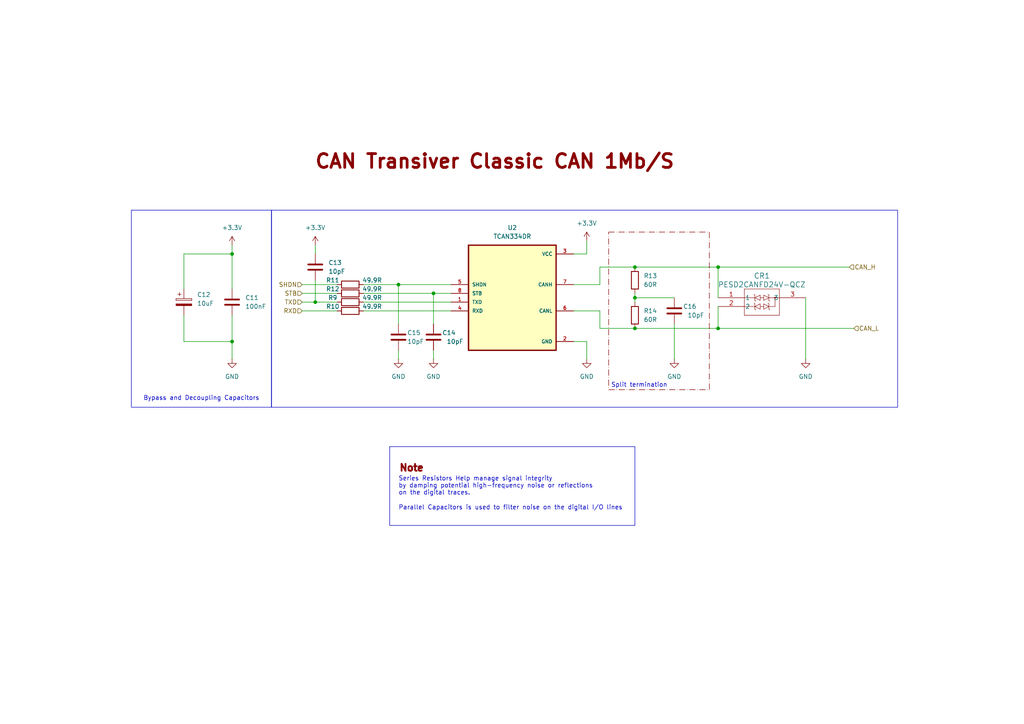
<source format=kicad_sch>
(kicad_sch (version 20250114) (generator "eeschema") (generator_version "9.0")
  (paper "A4")
  (title_block (title "${Project_Name}") (date "2026-01-05") (rev "V1"))
  (lib_symbols
    (symbol "Device:C" (pin_numbers (hide yes)) (pin_names (offset 0.254))
      (property "Reference" "C" (at 0.635 2.54 0))
      (property "Value" "C" (at 0.635 -2.54 0))
      (symbol "C_0_1"
        (polyline (pts (xy -2.032 0.762) (xy 2.032 0.762)) (stroke (width 0.508)))
        (polyline (pts (xy -2.032 -0.762) (xy 2.032 -0.762)) (stroke (width 0.508)))
      )
      (symbol "C_1_1"
        (pin passive line (at 0 3.81 270) (length 2.794) (name "~") (number "1"))
        (pin passive line (at 0 -3.81 90) (length 2.794) (name "~") (number "2"))
      )
    )
    (symbol "Device:C_Polarized" (pin_numbers (hide yes)) (pin_names (offset 0.254))
      (property "Reference" "C" (at 0.635 2.54 0))
      (property "Value" "C_Polarized" (at 0.635 -2.54 0))
      (symbol "C_Polarized_0_1"
        (rectangle (start -2.286 0.508) (end 2.286 1.016))
        (polyline (pts (xy -1.778 2.286) (xy -0.762 2.286)))
        (polyline (pts (xy -1.27 2.794) (xy -1.27 1.778)))
        (rectangle (start 2.286 -0.508) (end -2.286 -1.016) (fill (type outline)))
      )
      (symbol "C_Polarized_1_1"
        (pin passive line (at 0 3.81 270) (length 2.794) (name "~") (number "1"))
        (pin passive line (at 0 -3.81 90) (length 2.794) (name "~") (number "2"))
      )
    )
    (symbol "Device:R" (pin_numbers (hide yes)) (pin_names (offset 0))
      (property "Reference" "R" (at 2.032 0 90))
      (property "Value" "R" (at 0 0 90))
      (symbol "R_0_1"
        (rectangle (start -1.016 -2.54) (end 1.016 2.54) (stroke (width 0.254)))
      )
      (symbol "R_1_1"
        (pin passive line (at 0 3.81 270) (length 1.27) (name "~") (number "1"))
        (pin passive line (at 0 -3.81 90) (length 1.27) (name "~") (number "2"))
      )
    )
    (symbol "PESD2CANFD27V-QCZ:PESD2CANFD24V-QCZ" (pin_names (offset 0.254))
      (property "Reference" "CR" (at 12.7 7.62 0))
      (property "Value" "PESD2CANFD24V-QCZ" (at 12.7 5.08 0))
      (symbol "PESD2CANFD24V-QCZ_0_1"
        (polyline (pts (xy 7.62 2.54) (xy 7.62 -5.08)) (stroke (width 0.127)))
        (polyline (pts (xy 7.62 -2.54) (xy 10.668 -2.54)) (stroke (width 0.127)))
        (polyline (pts (xy 7.62 -5.08) (xy 17.78 -5.08)) (stroke (width 0.127)))
        (polyline (pts (xy 10.668 0.762) (xy 10.414 1.016)) (stroke (width 0.127)))
        (polyline (pts (xy 10.668 0) (xy 7.62 0)) (stroke (width 0.127)))
        (polyline (pts (xy 10.668 0) (xy 12.192 -0.762)) (stroke (width 0.127)))
        (polyline (pts (xy 10.668 -0.762) (xy 10.668 0.762)) (stroke (width 0.127)))
        (polyline (pts (xy 10.668 -0.762) (xy 10.922 -1.016)) (stroke (width 0.127)))
        (polyline (pts (xy 10.668 -1.778) (xy 10.414 -1.524)) (stroke (width 0.127)))
        (polyline (pts (xy 10.668 -2.54) (xy 12.192 -3.302)) (stroke (width 0.127)))
        (polyline (pts (xy 10.668 -3.302) (xy 10.668 -1.778)) (stroke (width 0.127)))
        (polyline (pts (xy 10.668 -3.302) (xy 10.922 -3.556)) (stroke (width 0.127)))
        (polyline (pts (xy 12.192 0.762) (xy 10.668 0)) (stroke (width 0.127)))
        (polyline (pts (xy 12.192 0) (xy 13.208 0)) (stroke (width 0.127)))
        (polyline (pts (xy 12.192 -0.762) (xy 12.192 0.762)) (stroke (width 0.127)))
        (polyline (pts (xy 12.192 -1.778) (xy 10.668 -2.54)) (stroke (width 0.127)))
        (polyline (pts (xy 12.192 -2.54) (xy 13.208 -2.54)) (stroke (width 0.127)))
        (polyline (pts (xy 12.192 -3.302) (xy 12.192 -1.778)) (stroke (width 0.127)))
        (polyline (pts (xy 13.208 0.762) (xy 13.208 -0.762)) (stroke (width 0.127)))
        (polyline (pts (xy 13.208 -0.762) (xy 14.732 0)) (stroke (width 0.127)))
        (polyline (pts (xy 13.208 -1.778) (xy 13.208 -3.302)) (stroke (width 0.127)))
        (polyline (pts (xy 13.208 -3.302) (xy 14.732 -2.54)) (stroke (width 0.127)))
        (polyline (pts (xy 14.732 0.762) (xy 14.478 1.016)) (stroke (width 0.127)))
        (polyline (pts (xy 14.732 0.762) (xy 14.732 -0.762)) (stroke (width 0.127)))
        (polyline (pts (xy 14.732 0) (xy 13.208 0.762)) (stroke (width 0.127)))
        (polyline (pts (xy 14.732 0) (xy 17.78 0)) (stroke (width 0.127)))
        (polyline (pts (xy 14.732 -0.762) (xy 14.986 -1.016)) (stroke (width 0.127)))
        (polyline (pts (xy 14.732 -1.778) (xy 14.478 -1.524)) (stroke (width 0.127)))
        (polyline (pts (xy 14.732 -1.778) (xy 14.732 -3.302)) (stroke (width 0.127)))
        (polyline (pts (xy 14.732 -2.54) (xy 13.208 -1.778)) (stroke (width 0.127)))
        (polyline (pts (xy 14.732 -2.54) (xy 16.51 -2.54)) (stroke (width 0.127)))
        (polyline (pts (xy 14.732 -3.302) (xy 14.986 -3.556)) (stroke (width 0.127)))
        (polyline (pts (xy 16.51 0) (xy 16.51 -2.54)) (stroke (width 0.127)))
        (circle (center 16.51 0) (radius 0.127) (stroke (width 0.254)))
        (polyline (pts (xy 17.78 2.54) (xy 7.62 2.54)) (stroke (width 0.127)))
        (polyline (pts (xy 17.78 -5.08) (xy 17.78 2.54)) (stroke (width 0.127)))
        (pin unspecified line (at 0 0 0) (length 7.62) (name "1") (number "1"))
        (pin unspecified line (at 0 -2.54 0) (length 7.62) (name "2") (number "2"))
        (pin unspecified line (at 25.4 0 180) (length 7.62) (name "3") (number "3"))
      )
    )
    (symbol "TCAN334DR:TCAN334DR" (pin_names (offset 1.016))
      (property "Reference" "U" (at -12.7 16.24 0))
      (property "Value" "TCAN334DR" (at -12.7 -19.24 0))
      (symbol "TCAN334DR_0_0"
        (rectangle (start -12.7 -15.24) (end 12.7 15.24) (stroke (width 0.41)) (fill (type background)))
        (pin input line (at -17.78 3.81 0) (length 5.08) (name "SHDN") (number "5"))
        (pin input line (at -17.78 1.27 0) (length 5.08) (name "STB") (number "8"))
        (pin input line (at -17.78 -1.27 0) (length 5.08) (name "TXD") (number "1"))
        (pin output line (at -17.78 -3.81 0) (length 5.08) (name "RXD") (number "4"))
        (pin power_in line (at 17.78 12.7 180) (length 5.08) (name "VCC") (number "3"))
        (pin bidirectional line (at 17.78 3.81 180) (length 5.08) (name "CANH") (number "7"))
        (pin bidirectional line (at 17.78 -3.81 180) (length 5.08) (name "CANL") (number "6"))
        (pin power_in line (at 17.78 -12.7 180) (length 5.08) (name "GND") (number "2"))
      )
    )
    (symbol "power:+3.3V" (power) (pin_numbers (hide yes)) (pin_names (offset 0) (hide yes))
      (property "Value" "+3.3V" (at 0 3.556 0))
      (symbol "+3.3V_0_1"
        (polyline (pts (xy -0.762 1.27) (xy 0 2.54)))
        (polyline (pts (xy 0 2.54) (xy 0.762 1.27)))
        (polyline (pts (xy 0 0) (xy 0 2.54)))
      )
      (symbol "+3.3V_1_1"
        (pin power_in line (at 0 0 90) (length 0) (name "~") (number "1"))
      )
    )
    (symbol "power:GND" (power) (pin_numbers (hide yes)) (pin_names (offset 0) (hide yes))
      (property "Value" "GND" (at 0 -3.81 0))
      (symbol "GND_0_1"
        (polyline (pts (xy 0 0) (xy 0 -1.27) (xy 1.27 -1.27) (xy 0 -2.54) (xy -1.27 -1.27) (xy 0 -1.27)))
      )
      (symbol "GND_1_1"
        (pin power_in line (at 0 0 270) (length 0) (name "~") (number "1"))
      )
    )
  )
  (rectangle (start 113.03 129.54) (end 184.15 152.4))
  (rectangle (start 176.53 67.31) (end 205.74 113.03) (stroke (width 0) (type dash_dot) (color 132 0 0 1)))
  (rectangle (start 78.74 60.96) (end 260.35 118.11))
  (rectangle (start 38.1 60.96) (end 78.74 118.11))
  (text "Series Resistors Help manage signal integrity \nby damping potential high-frequency noise or reflections \non the digital traces." (at 115.57 140.97 0) (effects (font (size 1.27 1.27)) (justify left)))
  (text "Parallel Capacitors is used to filter noise on the digital I/O lines" (at 115.57 147.32 0) (effects (font (size 1.27 1.27)) (justify left)))
  (text "Bypass and Decoupling Capacitors\n" (at 58.42 115.57 0) (effects (font (size 1.27 1.27))))
  (text "CAN Transiver Classic CAN 1Mb/S" (at 143.51 46.99 0) (effects (font (size 4 4) (thickness 0.8) (bold yes))))
  (text "Split termination\n" (at 185.42 111.76 0) (effects (font (size 1.27 1.27))))
  (text "Note" (at 119.38 135.89 0) (effects (font (size 2 2) (thickness 0.6) (bold yes))))
  (junction (at 184.15 95.25))
  (junction (at 115.57 82.55))
  (junction (at 91.44 87.63))
  (junction (at 67.31 73.66))
  (junction (at 208.28 95.25))
  (junction (at 184.15 77.47))
  (junction (at 125.73 85.09))
  (junction (at 208.28 77.47))
  (junction (at 184.15 86.36))
  (junction (at 67.31 99.06))
  (wire (pts (xy 184.15 87.63) (xy 184.15 86.36)))
  (wire (pts (xy 184.15 77.47) (xy 173.99 77.47)))
  (wire (pts (xy 170.18 99.06) (xy 166.37 99.06)))
  (wire (pts (xy 173.99 82.55) (xy 166.37 82.55)))
  (wire (pts (xy 184.15 95.25) (xy 208.28 95.25)))
  (wire (pts (xy 208.28 95.25) (xy 247.65 95.25)))
  (wire (pts (xy 105.41 90.17) (xy 130.81 90.17)))
  (wire (pts (xy 246.38 77.47) (xy 208.28 77.47)))
  (wire (pts (xy 67.31 91.44) (xy 67.31 99.06)))
  (wire (pts (xy 67.31 99.06) (xy 67.31 104.14)))
  (wire (pts (xy 208.28 77.47) (xy 208.28 86.36)))
  (wire (pts (xy 173.99 95.25) (xy 173.99 90.17)))
  (wire (pts (xy 91.44 87.63) (xy 97.79 87.63)))
  (wire (pts (xy 170.18 73.66) (xy 166.37 73.66)))
  (wire (pts (xy 184.15 77.47) (xy 208.28 77.47)))
  (wire (pts (xy 87.63 87.63) (xy 91.44 87.63)))
  (wire (pts (xy 125.73 85.09) (xy 125.73 93.98)))
  (wire (pts (xy 87.63 90.17) (xy 97.79 90.17)))
  (wire (pts (xy 87.63 85.09) (xy 97.79 85.09)))
  (wire (pts (xy 173.99 90.17) (xy 166.37 90.17)))
  (wire (pts (xy 115.57 101.6) (xy 115.57 104.14)))
  (wire (pts (xy 233.68 86.36) (xy 233.68 104.14)))
  (wire (pts (xy 125.73 101.6) (xy 125.73 104.14)))
  (wire (pts (xy 53.34 83.82) (xy 53.34 73.66)))
  (wire (pts (xy 115.57 82.55) (xy 115.57 93.98)))
  (wire (pts (xy 208.28 88.9) (xy 208.28 95.25)))
  (wire (pts (xy 105.41 85.09) (xy 125.73 85.09)))
  (wire (pts (xy 91.44 71.12) (xy 91.44 73.66)))
  (wire (pts (xy 195.58 104.14) (xy 195.58 93.98)))
  (wire (pts (xy 184.15 86.36) (xy 184.15 85.09)))
  (wire (pts (xy 53.34 91.44) (xy 53.34 99.06)))
  (wire (pts (xy 105.41 82.55) (xy 115.57 82.55)))
  (wire (pts (xy 170.18 104.14) (xy 170.18 99.06)))
  (wire (pts (xy 91.44 81.28) (xy 91.44 87.63)))
  (wire (pts (xy 115.57 82.55) (xy 130.81 82.55)))
  (wire (pts (xy 67.31 71.12) (xy 67.31 73.66)))
  (wire (pts (xy 87.63 82.55) (xy 97.79 82.55)))
  (wire (pts (xy 125.73 85.09) (xy 130.81 85.09)))
  (wire (pts (xy 170.18 69.85) (xy 170.18 73.66)))
  (wire (pts (xy 53.34 73.66) (xy 67.31 73.66)))
  (wire (pts (xy 173.99 77.47) (xy 173.99 82.55)))
  (wire (pts (xy 105.41 87.63) (xy 130.81 87.63)))
  (wire (pts (xy 184.15 95.25) (xy 173.99 95.25)))
  (wire (pts (xy 67.31 73.66) (xy 67.31 83.82)))
  (wire (pts (xy 195.58 86.36) (xy 184.15 86.36)))
  (wire (pts (xy 53.34 99.06) (xy 67.31 99.06)))
  (hierarchical_label "RXD" (shape input) (at 87.63 90.17 180))
  (hierarchical_label "CAN_H" (shape input) (at 246.38 77.47 0))
  (hierarchical_label "CAN_L" (shape input) (at 247.65 95.25 0))
  (hierarchical_label "STB" (shape input) (at 87.63 85.09 180))
  (hierarchical_label "SHDN" (shape input) (at 87.63 82.55 180))
  (hierarchical_label "TXD" (shape input) (at 87.63 87.63 180))
  (symbol (lib_id "TCAN334DR:TCAN334DR") (at 148.59 86.36 0) (unit 1)
    (property "Reference" "U2" (at 148.59 66.04 0))
    (property "Value" "TCAN334DR" (at 148.59 68.58 0))
    (property "Footprint" "BLDC_Motor_Driver_Components_Footprint:SOIC127P599X175-8N" (effects (hide yes)))
    (property "MF" "Texas Instruments" (effects (hide yes)))
    (property "Description_1" "3.3-V CAN Transceivers" (effects (hide yes)))
    (property "Package" "SOIC-8 Texas Instruments" (effects (hide yes)))
    (property "Price" "None" (effects (hide yes)))
    (property "SnapEDA_Link" "https://www.snapeda.com/parts/TCAN334DR/Texas+Instruments/view-part/?ref=snap" (effects (hide yes)))
    (property "MP" "TCAN334DR" (effects (hide yes)))
    (property "Availability" "In Stock" (effects (hide yes)))
    (property "Check_prices" "https://www.snapeda.com/parts/TCAN334DR/Texas+Instruments/view-part/?ref=eda" (effects (hide yes)))
  )
  (symbol (lib_id "Device:C") (at 115.57 97.79 0) (unit 1)
    (property "Reference" "C15" (at 118.11 96.52 0) (effects (justify left)))
    (property "Value" "10pF" (at 118.11 99.06 0) (effects (justify left)))
    (property "Footprint" "Capacitor_SMD:C_0603_1608Metric" (effects (hide yes)))
    (property "Datasheet" "https://www.lcsc.com/datasheet/C1634.pdf" (effects (hide yes)))
    (property "Description" "Unpolarized capacitor" (effects (hide yes)))
    (property "LCSC_PN" "C1634" (effects (hide yes)))
    (property "MP" "CL10C100JB8NNNC" (effects (hide yes)))
    (property "Assembled" "No" (effects (hide yes)))
  )
  (symbol (lib_id "Device:R") (at 101.6 85.09 90) (unit 1)
    (property "Reference" "R12" (at 96.52 83.82 90))
    (property "Value" "49.9R" (at 107.95 83.82 90))
    (property "Footprint" "Resistor_SMD:R_0805_2012Metric" (effects (hide yes)))
    (property "Datasheet" "https://www.lcsc.com/datasheet/C269747.pdf" (effects (hide yes)))
    (property "Description" "Resistor" (effects (hide yes)))
    (property "LCSC_PN" "C269747" (effects (hide yes)))
    (property "MP" "RMC080549.91%N" (effects (hide yes)))
    (property "Assembled" "Yes" (effects (hide yes)))
  )
  (symbol (lib_id "Device:R") (at 101.6 90.17 90) (unit 1)
    (property "Reference" "R10" (at 96.52 88.9 90))
    (property "Value" "49.9R" (at 107.95 88.9 90))
    (property "Footprint" "Resistor_SMD:R_0805_2012Metric" (effects (hide yes)))
    (property "Datasheet" "https://www.lcsc.com/datasheet/C269747.pdf" (effects (hide yes)))
    (property "Description" "Resistor" (effects (hide yes)))
    (property "LCSC_PN" "C269747" (effects (hide yes)))
    (property "MP" "RMC080549.91%N" (effects (hide yes)))
    (property "Assembled" "Yes" (effects (hide yes)))
  )
  (symbol (lib_id "Device:C") (at 195.58 90.17 0) (unit 1)
    (property "Reference" "C16" (at 198.12 88.9 0) (effects (justify left)))
    (property "Value" "10pF" (at 199.39 91.44 0) (effects (justify left)))
    (property "Footprint" "Capacitor_SMD:C_0603_1608Metric" (effects (hide yes)))
    (property "Datasheet" "https://www.lcsc.com/datasheet/C1634.pdf" (effects (hide yes)))
    (property "Description" "Unpolarized capacitor" (effects (hide yes)))
    (property "LCSC_PN" "C1634" (effects (hide yes)))
    (property "MP" "CL10C100JB8NNNC" (effects (hide yes)))
    (property "Assembled" "No" (effects (hide yes)))
  )
  (symbol (lib_id "power:GND") (at 67.31 104.14 0) (unit 1)
    (property "Reference" "#PWR023" (effects (hide yes)))
    (property "Value" "GND" (at 67.31 109.22 0))
    (property "Description" "Power symbol creates a global label with name \"GND\" , ground" (effects (hide yes)))
  )
  (symbol (lib_id "Device:C_Polarized") (at 53.34 87.63 0) (unit 1)
    (property "Reference" "C12" (at 57.15 85.4709 0) (effects (justify left)))
    (property "Value" "10uF" (at 57.15 88.0109 0) (effects (justify left)))
    (property "Footprint" "Capacitor_Tantalum_SMD:CP_EIA-3216-18_Kemet-A" (effects (hide yes)))
    (property "Datasheet" "https://datasheets.kyocera-avx.com/TAJ.pdf" (effects (hide yes)))
    (property "Description" "Polarized capacitor" (effects (hide yes)))
    (property "LCSC_PN" "C7171" (effects (hide yes)))
    (property "MP" "TAJA106K016RNJ" (effects (hide yes)))
    (property "Assembled" "Yes" (effects (hide yes)))
  )
  (symbol (lib_id "power:GND") (at 125.73 104.14 0) (unit 1)
    (property "Reference" "#PWR026" (effects (hide yes)))
    (property "Value" "GND" (at 125.73 109.22 0))
    (property "Description" "Power symbol creates a global label with name \"GND\" , ground" (effects (hide yes)))
  )
  (symbol (lib_id "power:+3.3V") (at 67.31 71.12 0) (unit 1)
    (property "Reference" "#PWR022" (effects (hide yes)))
    (property "Value" "+3.3V" (at 67.31 66.04 0))
    (property "Description" "Power symbol creates a global label with name \"+3.3V\"" (effects (hide yes)))
  )
  (symbol (lib_id "power:+3.3V") (at 91.44 71.12 0) (unit 1)
    (property "Reference" "#PWR024" (effects (hide yes)))
    (property "Value" "+3.3V" (at 91.44 66.04 0))
    (property "Description" "Power symbol creates a global label with name \"+3.3V\"" (effects (hide yes)))
  )
  (symbol (lib_id "Device:R") (at 184.15 81.28 0) (unit 1)
    (property "Reference" "R13" (at 186.69 80.0099 0) (effects (justify left)))
    (property "Value" "60R" (at 186.69 82.5499 0) (effects (justify left)))
    (property "Footprint" "Capacitor_SMD:C_0603_1608Metric" (effects (hide yes)))
    (property "Datasheet" "https://www.lcsc.com/datasheet/C166918.pdf" (effects (hide yes)))
    (property "Description" "Resistor" (effects (hide yes)))
    (property "LCSC_PN" "C166918" (effects (hide yes)))
    (property "MP" "RTT0360R0FTP" (effects (hide yes)))
    (property "Assembled" "Yes" (effects (hide yes)))
  )
  (symbol (lib_id "power:GND") (at 170.18 104.14 0) (unit 1)
    (property "Reference" "#PWR021" (effects (hide yes)))
    (property "Value" "GND" (at 170.18 109.22 0))
    (property "Description" "Power symbol creates a global label with name \"GND\" , ground" (effects (hide yes)))
  )
  (symbol (lib_id "power:+3.3V") (at 170.18 69.85 0) (unit 1)
    (property "Reference" "#PWR020" (effects (hide yes)))
    (property "Value" "+3.3V" (at 170.18 64.77 0))
    (property "Description" "Power symbol creates a global label with name \"+3.3V\"" (effects (hide yes)))
  )
  (symbol (lib_id "power:GND") (at 115.57 104.14 0) (unit 1)
    (property "Reference" "#PWR025" (effects (hide yes)))
    (property "Value" "GND" (at 115.57 109.22 0))
    (property "Description" "Power symbol creates a global label with name \"GND\" , ground" (effects (hide yes)))
  )
  (symbol (lib_id "Device:C") (at 91.44 77.47 0) (unit 1)
    (property "Reference" "C13" (at 95.25 76.1999 0) (effects (justify left)))
    (property "Value" "10pF" (at 95.25 78.7399 0) (effects (justify left)))
    (property "Footprint" "Capacitor_SMD:C_0603_1608Metric" (effects (hide yes)))
    (property "Datasheet" "https://www.lcsc.com/datasheet/C1634.pdf" (effects (hide yes)))
    (property "Description" "Unpolarized capacitor" (effects (hide yes)))
    (property "LCSC_PN" "C1634" (effects (hide yes)))
    (property "MP" "CL10C100JB8NNNC" (effects (hide yes)))
    (property "Assembled" "No" (effects (hide yes)))
  )
  (symbol (lib_id "Device:C") (at 67.31 87.63 180) (unit 1)
    (property "Reference" "C11" (at 71.12 86.3599 0) (effects (justify right)))
    (property "Value" "100nF" (at 71.12 88.8999 0) (effects (justify right)))
    (property "Footprint" "Capacitor_SMD:C_0603_1608Metric" (effects (hide yes)))
    (property "Datasheet" "https://www.lcsc.com/datasheet/C1591.pdf" (effects (hide yes)))
    (property "Description" "Unpolarized capacitor" (effects (hide yes)))
    (property "MP" "CL10B104KB8NNNC" (effects (hide yes)))
    (property "LCSC_PN" "C1591" (effects (hide yes)))
    (property "Assembled" "Yes" (effects (hide yes)))
  )
  (symbol (lib_id "Device:R") (at 184.15 91.44 0) (unit 1)
    (property "Reference" "R14" (at 186.69 90.1699 0) (effects (justify left)))
    (property "Value" "60R" (at 186.69 92.7099 0) (effects (justify left)))
    (property "Footprint" "Capacitor_SMD:C_0603_1608Metric" (effects (hide yes)))
    (property "Datasheet" "https://www.lcsc.com/datasheet/C166918.pdf" (effects (hide yes)))
    (property "Description" "Resistor" (effects (hide yes)))
    (property "LCSC_PN" "C166918" (effects (hide yes)))
    (property "MP" "RTT0360R0FTP" (effects (hide yes)))
    (property "Assembled" "Yes" (effects (hide yes)))
  )
  (symbol (lib_id "Device:R") (at 101.6 87.63 90) (unit 1)
    (property "Reference" "R9" (at 96.52 86.36 90))
    (property "Value" "49.9R" (at 107.95 86.36 90))
    (property "Footprint" "Resistor_SMD:R_0805_2012Metric" (effects (hide yes)))
    (property "Datasheet" "https://www.lcsc.com/datasheet/C269747.pdf" (effects (hide yes)))
    (property "Description" "Resistor" (effects (hide yes)))
    (property "LCSC_PN" "C269747" (effects (hide yes)))
    (property "MP" "RMC080549.91%N" (effects (hide yes)))
    (property "Assembled" "Yes" (effects (hide yes)))
  )
  (symbol (lib_id "PESD2CANFD27V-QCZ:PESD2CANFD24V-QCZ") (at 208.28 86.36 0) (unit 1)
    (property "Reference" "CR1" (at 220.98 80.01 0) (effects (font (size 1.524 1.524))))
    (property "Value" "PESD2CANFD24V-QCZ" (at 220.98 82.55 0) (effects (font (size 1.524 1.524))))
    (property "Footprint" "BLDC_Motor_Driver_Components_Footprint:DFN1412D-3_SOT8009_NEX" (effects (hide yes)))
    (property "Datasheet" "PESD2CANFD24V-QCZ" (effects (hide yes)))
  )
  (symbol (lib_id "power:GND") (at 233.68 104.14 0) (unit 1)
    (property "Reference" "#PWR028" (effects (hide yes)))
    (property "Value" "GND" (at 233.68 109.22 0))
    (property "Description" "Power symbol creates a global label with name \"GND\" , ground" (effects (hide yes)))
  )
  (symbol (lib_id "Device:C") (at 125.73 97.79 0) (unit 1)
    (property "Reference" "C14" (at 128.27 96.52 0) (effects (justify left)))
    (property "Value" "10pF" (at 129.54 99.06 0) (effects (justify left)))
    (property "Footprint" "Capacitor_SMD:C_0603_1608Metric" (effects (hide yes)))
    (property "Datasheet" "https://www.lcsc.com/datasheet/C1634.pdf" (effects (hide yes)))
    (property "Description" "Unpolarized capacitor" (effects (hide yes)))
    (property "LCSC_PN" "C1634" (effects (hide yes)))
    (property "MP" "CL10C100JB8NNNC" (effects (hide yes)))
    (property "Assembled" "No" (effects (hide yes)))
  )
  (symbol (lib_id "Device:R") (at 101.6 82.55 90) (unit 1)
    (property "Reference" "R11" (at 96.52 81.28 90))
    (property "Value" "49.9R" (at 107.95 81.28 90))
    (property "Footprint" "Resistor_SMD:R_0805_2012Metric" (effects (hide yes)))
    (property "Datasheet" "https://www.lcsc.com/datasheet/C269747.pdf" (effects (hide yes)))
    (property "Description" "Resistor" (effects (hide yes)))
    (property "LCSC_PN" "C269747" (effects (hide yes)))
    (property "MP" "RMC080549.91%N" (effects (hide yes)))
    (property "Assembled" "Yes" (effects (hide yes)))
  )
  (symbol (lib_id "power:GND") (at 195.58 104.14 0) (unit 1)
    (property "Reference" "#PWR027" (effects (hide yes)))
    (property "Value" "GND" (at 195.58 109.22 0))
    (property "Description" "Power symbol creates a global label with name \"GND\" , ground" (effects (hide yes)))
  )
)
</source>
